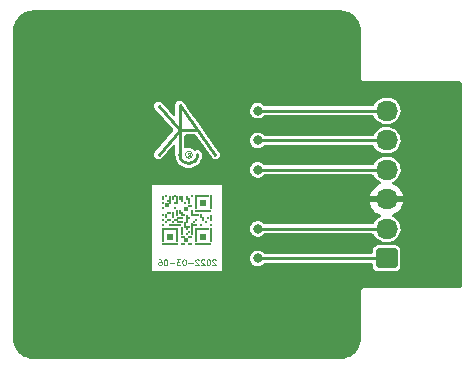
<source format=gbr>
%TF.GenerationSoftware,KiCad,Pcbnew,(6.0.2-0)*%
%TF.CreationDate,2022-03-06T13:34:14+00:00*%
%TF.ProjectId,L86,4c38362e-6b69-4636-9164-5f7063625858,rev?*%
%TF.SameCoordinates,Original*%
%TF.FileFunction,Copper,L2,Bot*%
%TF.FilePolarity,Positive*%
%FSLAX46Y46*%
G04 Gerber Fmt 4.6, Leading zero omitted, Abs format (unit mm)*
G04 Created by KiCad (PCBNEW (6.0.2-0)) date 2022-03-06 13:34:14*
%MOMM*%
%LPD*%
G01*
G04 APERTURE LIST*
G04 Aperture macros list*
%AMRoundRect*
0 Rectangle with rounded corners*
0 $1 Rounding radius*
0 $2 $3 $4 $5 $6 $7 $8 $9 X,Y pos of 4 corners*
0 Add a 4 corners polygon primitive as box body*
4,1,4,$2,$3,$4,$5,$6,$7,$8,$9,$2,$3,0*
0 Add four circle primitives for the rounded corners*
1,1,$1+$1,$2,$3*
1,1,$1+$1,$4,$5*
1,1,$1+$1,$6,$7*
1,1,$1+$1,$8,$9*
0 Add four rect primitives between the rounded corners*
20,1,$1+$1,$2,$3,$4,$5,0*
20,1,$1+$1,$4,$5,$6,$7,0*
20,1,$1+$1,$6,$7,$8,$9,0*
20,1,$1+$1,$8,$9,$2,$3,0*%
G04 Aperture macros list end*
%ADD10C,0.100000*%
%TA.AperFunction,NonConductor*%
%ADD11C,0.100000*%
%TD*%
%TA.AperFunction,EtchedComponent*%
%ADD12C,0.080000*%
%TD*%
%TA.AperFunction,EtchedComponent*%
%ADD13C,0.250000*%
%TD*%
%TA.AperFunction,ComponentPad*%
%ADD14RoundRect,0.250000X0.675000X-0.600000X0.675000X0.600000X-0.675000X0.600000X-0.675000X-0.600000X0*%
%TD*%
%TA.AperFunction,ComponentPad*%
%ADD15O,1.850000X1.700000*%
%TD*%
%TA.AperFunction,SMDPad,CuDef*%
%ADD16R,1.400000X0.200000*%
%TD*%
%TA.AperFunction,SMDPad,CuDef*%
%ADD17R,0.400000X0.200000*%
%TD*%
%TA.AperFunction,SMDPad,CuDef*%
%ADD18R,0.200000X1.200000*%
%TD*%
%TA.AperFunction,SMDPad,CuDef*%
%ADD19R,0.400000X0.400000*%
%TD*%
%TA.AperFunction,SMDPad,CuDef*%
%ADD20R,0.600000X0.600000*%
%TD*%
%TA.AperFunction,SMDPad,CuDef*%
%ADD21R,0.200000X1.000000*%
%TD*%
%TA.AperFunction,SMDPad,CuDef*%
%ADD22R,0.200000X0.200000*%
%TD*%
%TA.AperFunction,SMDPad,CuDef*%
%ADD23R,0.200000X0.800000*%
%TD*%
%TA.AperFunction,SMDPad,CuDef*%
%ADD24R,1.000000X0.200000*%
%TD*%
%TA.AperFunction,SMDPad,CuDef*%
%ADD25R,0.200000X0.400000*%
%TD*%
%TA.AperFunction,SMDPad,CuDef*%
%ADD26R,0.200000X0.600000*%
%TD*%
%TA.AperFunction,SMDPad,CuDef*%
%ADD27R,0.600000X0.200000*%
%TD*%
%TA.AperFunction,SMDPad,CuDef*%
%ADD28R,0.800000X0.200000*%
%TD*%
%TA.AperFunction,ViaPad*%
%ADD29C,0.800000*%
%TD*%
%TA.AperFunction,Conductor*%
%ADD30C,0.250000*%
%TD*%
G04 APERTURE END LIST*
D10*
%TO.C,U2*%
D11*
X102428571Y-106373809D02*
X102404761Y-106350000D01*
X102357142Y-106326190D01*
X102238095Y-106326190D01*
X102190476Y-106350000D01*
X102166666Y-106373809D01*
X102142857Y-106421428D01*
X102142857Y-106469047D01*
X102166666Y-106540476D01*
X102452380Y-106826190D01*
X102142857Y-106826190D01*
X101833333Y-106326190D02*
X101785714Y-106326190D01*
X101738095Y-106350000D01*
X101714285Y-106373809D01*
X101690476Y-106421428D01*
X101666666Y-106516666D01*
X101666666Y-106635714D01*
X101690476Y-106730952D01*
X101714285Y-106778571D01*
X101738095Y-106802380D01*
X101785714Y-106826190D01*
X101833333Y-106826190D01*
X101880952Y-106802380D01*
X101904761Y-106778571D01*
X101928571Y-106730952D01*
X101952380Y-106635714D01*
X101952380Y-106516666D01*
X101928571Y-106421428D01*
X101904761Y-106373809D01*
X101880952Y-106350000D01*
X101833333Y-106326190D01*
X101476190Y-106373809D02*
X101452380Y-106350000D01*
X101404761Y-106326190D01*
X101285714Y-106326190D01*
X101238095Y-106350000D01*
X101214285Y-106373809D01*
X101190476Y-106421428D01*
X101190476Y-106469047D01*
X101214285Y-106540476D01*
X101500000Y-106826190D01*
X101190476Y-106826190D01*
X101000000Y-106373809D02*
X100976190Y-106350000D01*
X100928571Y-106326190D01*
X100809523Y-106326190D01*
X100761904Y-106350000D01*
X100738095Y-106373809D01*
X100714285Y-106421428D01*
X100714285Y-106469047D01*
X100738095Y-106540476D01*
X101023809Y-106826190D01*
X100714285Y-106826190D01*
X100500000Y-106635714D02*
X100119047Y-106635714D01*
X99785714Y-106326190D02*
X99738095Y-106326190D01*
X99690476Y-106350000D01*
X99666666Y-106373809D01*
X99642857Y-106421428D01*
X99619047Y-106516666D01*
X99619047Y-106635714D01*
X99642857Y-106730952D01*
X99666666Y-106778571D01*
X99690476Y-106802380D01*
X99738095Y-106826190D01*
X99785714Y-106826190D01*
X99833333Y-106802380D01*
X99857142Y-106778571D01*
X99880952Y-106730952D01*
X99904761Y-106635714D01*
X99904761Y-106516666D01*
X99880952Y-106421428D01*
X99857142Y-106373809D01*
X99833333Y-106350000D01*
X99785714Y-106326190D01*
X99452380Y-106326190D02*
X99142857Y-106326190D01*
X99309523Y-106516666D01*
X99238095Y-106516666D01*
X99190476Y-106540476D01*
X99166666Y-106564285D01*
X99142857Y-106611904D01*
X99142857Y-106730952D01*
X99166666Y-106778571D01*
X99190476Y-106802380D01*
X99238095Y-106826190D01*
X99380952Y-106826190D01*
X99428571Y-106802380D01*
X99452380Y-106778571D01*
X98928571Y-106635714D02*
X98547619Y-106635714D01*
X98214285Y-106326190D02*
X98166666Y-106326190D01*
X98119047Y-106350000D01*
X98095238Y-106373809D01*
X98071428Y-106421428D01*
X98047619Y-106516666D01*
X98047619Y-106635714D01*
X98071428Y-106730952D01*
X98095238Y-106778571D01*
X98119047Y-106802380D01*
X98166666Y-106826190D01*
X98214285Y-106826190D01*
X98261904Y-106802380D01*
X98285714Y-106778571D01*
X98309523Y-106730952D01*
X98333333Y-106635714D01*
X98333333Y-106516666D01*
X98309523Y-106421428D01*
X98285714Y-106373809D01*
X98261904Y-106350000D01*
X98214285Y-106326190D01*
X97619047Y-106326190D02*
X97714285Y-106326190D01*
X97761904Y-106350000D01*
X97785714Y-106373809D01*
X97833333Y-106445238D01*
X97857142Y-106540476D01*
X97857142Y-106730952D01*
X97833333Y-106778571D01*
X97809523Y-106802380D01*
X97761904Y-106826190D01*
X97666666Y-106826190D01*
X97619047Y-106802380D01*
X97595238Y-106778571D01*
X97571428Y-106730952D01*
X97571428Y-106611904D01*
X97595238Y-106564285D01*
X97619047Y-106540476D01*
X97666666Y-106516666D01*
X97761904Y-106516666D01*
X97809523Y-106540476D01*
X97833333Y-106564285D01*
X97857142Y-106611904D01*
D12*
%TO.C,Logo1*%
X100250000Y-97485000D02*
X100150000Y-97485000D01*
D13*
X99400000Y-93275000D02*
X99400000Y-97475000D01*
D12*
X100250000Y-97325000D02*
X100250000Y-97625000D01*
D13*
X97600000Y-93375000D02*
X99400000Y-95375000D01*
X99400000Y-95375000D02*
X97600000Y-97475000D01*
D12*
X100150000Y-97485000D02*
X100050000Y-97625000D01*
D13*
X99400000Y-95375000D02*
X100900000Y-95375000D01*
X99400000Y-93275000D02*
X102400000Y-97475000D01*
D12*
X100250000Y-97325000D02*
X100150000Y-97325000D01*
X100150000Y-97325000D02*
G75*
G03*
X100150000Y-97485000I0J-80000D01*
G01*
D13*
X99400000Y-97475000D02*
G75*
G03*
X100900000Y-97475000I750000J0D01*
G01*
D12*
X100470000Y-97485000D02*
G75*
G03*
X100470000Y-97485000I-300000J0D01*
G01*
%TD*%
D14*
%TO.P,J1,1,Pin_1*%
%TO.N,Net-(J1-Pad1)*%
X116900000Y-106250000D03*
D15*
%TO.P,J1,2,Pin_2*%
%TO.N,Net-(J1-Pad2)*%
X116900000Y-103750000D03*
%TO.P,J1,3,Pin_3*%
%TO.N,GND*%
X116900000Y-101250000D03*
%TO.P,J1,4,Pin_4*%
%TO.N,Net-(J1-Pad4)*%
X116900000Y-98750000D03*
%TO.P,J1,5,Pin_5*%
%TO.N,Net-(J1-Pad5)*%
X116900000Y-96250000D03*
%TO.P,J1,6,Pin_6*%
%TO.N,Net-(J1-Pad6)*%
X116900000Y-93750000D03*
%TD*%
D16*
%TO.P,U2,*%
%TO.N,*%
X101400000Y-105000000D03*
D17*
X100300000Y-105000000D03*
X99700000Y-105000000D03*
D16*
X98600000Y-105000000D03*
D18*
X102000000Y-104300000D03*
X100800000Y-104300000D03*
D19*
X99900000Y-104700000D03*
D18*
X99200000Y-104300000D03*
X98000000Y-104300000D03*
D20*
X101400000Y-104400000D03*
X98600000Y-104400000D03*
D17*
X100300000Y-104400000D03*
X99700000Y-104400000D03*
D21*
X100400000Y-103800000D03*
D22*
X100000000Y-104200000D03*
D23*
X99600000Y-103900000D03*
D22*
X100200000Y-104000000D03*
D24*
X101400000Y-103800000D03*
D25*
X100000000Y-103700000D03*
D24*
X98600000Y-103800000D03*
D22*
X100200000Y-103600000D03*
D26*
X99800000Y-103400000D03*
D22*
X102000000Y-103400000D03*
X101200000Y-103400000D03*
D17*
X100700000Y-103400000D03*
D24*
X99000000Y-103400000D03*
D22*
X98000000Y-103400000D03*
X101600000Y-103200000D03*
X100600000Y-103200000D03*
D23*
X100000000Y-102900000D03*
D27*
X99400000Y-103200000D03*
D22*
X98800000Y-103200000D03*
X98200000Y-103200000D03*
D26*
X102000000Y-102800000D03*
D25*
X101400000Y-102900000D03*
D22*
X100800000Y-103000000D03*
D17*
X99100000Y-103000000D03*
X98500000Y-103000000D03*
D22*
X98000000Y-103000000D03*
X101800000Y-102800000D03*
D25*
X101200000Y-102700000D03*
D22*
X100200000Y-102800000D03*
D27*
X99400000Y-102800000D03*
D26*
X98800000Y-102600000D03*
D25*
X98200000Y-102700000D03*
D28*
X100700000Y-102600000D03*
D17*
X99700000Y-102600000D03*
D26*
X99200000Y-102400000D03*
D22*
X98000000Y-102600000D03*
D25*
X100400000Y-102300000D03*
D17*
X99500000Y-102400000D03*
X98500000Y-102400000D03*
D16*
X101400000Y-102200000D03*
D19*
X99900000Y-102100000D03*
D22*
X99400000Y-102200000D03*
D18*
X102000000Y-101500000D03*
X100800000Y-101500000D03*
D22*
X99000000Y-102000000D03*
X98000000Y-102000000D03*
D20*
X101400000Y-101600000D03*
D17*
X100300000Y-101800000D03*
D19*
X98300000Y-101700000D03*
D26*
X100200000Y-101400000D03*
D22*
X99800000Y-101600000D03*
D17*
X99100000Y-101600000D03*
D23*
X98600000Y-101300000D03*
D22*
X98000000Y-101600000D03*
D26*
X99600000Y-101200000D03*
X99200000Y-101200000D03*
D22*
X98400000Y-101400000D03*
D25*
X100000000Y-101100000D03*
X99400000Y-101100000D03*
X98800000Y-101100000D03*
X98000000Y-101100000D03*
D24*
X101400000Y-101000000D03*
D22*
X100400000Y-101000000D03*
X99000000Y-101000000D03*
X98200000Y-101000000D03*
%TD*%
D29*
%TO.N,Net-(J1-Pad1)*%
X106000000Y-106250000D03*
%TO.N,Net-(J1-Pad2)*%
X106000000Y-103750000D03*
%TO.N,Net-(J1-Pad4)*%
X106000000Y-98750000D03*
%TO.N,Net-(J1-Pad5)*%
X106000000Y-96250000D03*
%TO.N,Net-(J1-Pad6)*%
X106000000Y-93750000D03*
%TD*%
D30*
%TO.N,Net-(J1-Pad1)*%
X106000000Y-106250000D02*
X116900000Y-106250000D01*
%TO.N,Net-(J1-Pad2)*%
X106000000Y-103750000D02*
X116900000Y-103750000D01*
%TO.N,Net-(J1-Pad4)*%
X106000000Y-98750000D02*
X116900000Y-98750000D01*
%TO.N,Net-(J1-Pad5)*%
X106000000Y-96250000D02*
X116900000Y-96250000D01*
%TO.N,Net-(J1-Pad6)*%
X106000000Y-93750000D02*
X116900000Y-93750000D01*
%TD*%
%TA.AperFunction,Conductor*%
%TO.N,GND*%
G36*
X112987153Y-85256421D02*
G01*
X113000000Y-85258976D01*
X113012171Y-85256555D01*
X113024581Y-85256555D01*
X113024581Y-85257198D01*
X113035326Y-85256527D01*
X113239491Y-85271129D01*
X113257285Y-85273687D01*
X113483101Y-85322810D01*
X113500350Y-85327875D01*
X113583148Y-85358757D01*
X113716877Y-85408635D01*
X113733226Y-85416102D01*
X113936049Y-85526852D01*
X113951173Y-85536571D01*
X114136176Y-85675063D01*
X114149762Y-85686836D01*
X114313164Y-85850238D01*
X114324937Y-85863824D01*
X114463429Y-86048827D01*
X114473148Y-86063951D01*
X114583898Y-86266774D01*
X114591367Y-86283127D01*
X114672125Y-86499650D01*
X114677190Y-86516899D01*
X114726313Y-86742715D01*
X114728871Y-86760509D01*
X114743473Y-86964674D01*
X114742802Y-86975419D01*
X114743445Y-86975419D01*
X114743445Y-86987829D01*
X114741024Y-87000000D01*
X114743445Y-87012170D01*
X114743579Y-87012844D01*
X114746000Y-87037425D01*
X114746000Y-90962575D01*
X114743579Y-90987153D01*
X114741024Y-91000000D01*
X114746000Y-91025017D01*
X114760737Y-91099106D01*
X114816876Y-91183124D01*
X114900894Y-91239263D01*
X115000000Y-91258976D01*
X115012847Y-91256421D01*
X115037425Y-91254000D01*
X123120000Y-91254000D01*
X123188121Y-91274002D01*
X123234614Y-91327658D01*
X123246000Y-91380000D01*
X123246000Y-108620000D01*
X123225998Y-108688121D01*
X123172342Y-108734614D01*
X123120000Y-108746000D01*
X115037425Y-108746000D01*
X115012847Y-108743579D01*
X115000000Y-108741024D01*
X114987828Y-108743445D01*
X114974983Y-108746000D01*
X114900894Y-108760737D01*
X114816876Y-108816876D01*
X114760737Y-108900894D01*
X114741024Y-109000000D01*
X114743445Y-109012170D01*
X114743579Y-109012844D01*
X114746000Y-109037425D01*
X114746000Y-112962575D01*
X114743579Y-112987153D01*
X114741024Y-113000000D01*
X114743445Y-113012171D01*
X114743445Y-113024581D01*
X114742802Y-113024581D01*
X114743473Y-113035326D01*
X114728871Y-113239491D01*
X114726313Y-113257285D01*
X114677190Y-113483101D01*
X114672125Y-113500350D01*
X114591367Y-113716873D01*
X114583898Y-113733226D01*
X114473148Y-113936049D01*
X114463429Y-113951173D01*
X114324937Y-114136176D01*
X114313164Y-114149762D01*
X114149762Y-114313164D01*
X114136176Y-114324937D01*
X113951173Y-114463429D01*
X113936049Y-114473148D01*
X113733226Y-114583898D01*
X113716877Y-114591365D01*
X113583148Y-114641243D01*
X113500350Y-114672125D01*
X113483101Y-114677190D01*
X113257285Y-114726313D01*
X113239491Y-114728871D01*
X113035326Y-114743473D01*
X113024581Y-114742802D01*
X113024581Y-114743445D01*
X113012171Y-114743445D01*
X113000000Y-114741024D01*
X112987153Y-114743579D01*
X112962575Y-114746000D01*
X87037425Y-114746000D01*
X87012847Y-114743579D01*
X87000000Y-114741024D01*
X86987829Y-114743445D01*
X86975419Y-114743445D01*
X86975419Y-114742802D01*
X86964674Y-114743473D01*
X86760509Y-114728871D01*
X86742715Y-114726313D01*
X86516899Y-114677190D01*
X86499650Y-114672125D01*
X86416852Y-114641243D01*
X86283123Y-114591365D01*
X86266774Y-114583898D01*
X86063951Y-114473148D01*
X86048827Y-114463429D01*
X85863824Y-114324937D01*
X85850238Y-114313164D01*
X85686836Y-114149762D01*
X85675063Y-114136176D01*
X85536571Y-113951173D01*
X85526852Y-113936049D01*
X85416102Y-113733226D01*
X85408633Y-113716873D01*
X85327875Y-113500350D01*
X85322810Y-113483101D01*
X85273687Y-113257285D01*
X85271129Y-113239491D01*
X85256527Y-113035326D01*
X85257198Y-113024581D01*
X85256555Y-113024581D01*
X85256555Y-113012171D01*
X85258976Y-113000000D01*
X85256421Y-112987153D01*
X85254000Y-112962575D01*
X85254000Y-107350000D01*
X97050000Y-107350000D01*
X102950000Y-107350000D01*
X102950000Y-106243096D01*
X105340729Y-106243096D01*
X105358113Y-106400553D01*
X105412553Y-106549319D01*
X105500908Y-106680805D01*
X105506527Y-106685918D01*
X105506528Y-106685919D01*
X105517903Y-106696269D01*
X105618076Y-106787419D01*
X105757293Y-106863008D01*
X105910522Y-106903207D01*
X105994477Y-106904526D01*
X106061319Y-106905576D01*
X106061322Y-106905576D01*
X106068916Y-106905695D01*
X106223332Y-106870329D01*
X106293742Y-106834917D01*
X106358072Y-106802563D01*
X106358075Y-106802561D01*
X106364855Y-106799151D01*
X106370626Y-106794222D01*
X106370629Y-106794220D01*
X106479542Y-106701199D01*
X106479543Y-106701198D01*
X106485314Y-106696269D01*
X106495586Y-106681974D01*
X106551581Y-106638326D01*
X106597909Y-106629500D01*
X115594500Y-106629500D01*
X115662621Y-106649502D01*
X115709114Y-106703158D01*
X115720500Y-106755500D01*
X115720500Y-106897756D01*
X115720869Y-106901152D01*
X115720869Y-106901153D01*
X115721350Y-106905576D01*
X115727202Y-106959448D01*
X115777929Y-107094764D01*
X115783309Y-107101943D01*
X115783311Y-107101946D01*
X115849287Y-107189977D01*
X115864596Y-107210404D01*
X115871776Y-107215785D01*
X115973054Y-107291689D01*
X115973057Y-107291691D01*
X115980236Y-107297071D01*
X116069954Y-107330704D01*
X116108157Y-107345026D01*
X116108159Y-107345026D01*
X116115552Y-107347798D01*
X116123402Y-107348651D01*
X116123403Y-107348651D01*
X116135821Y-107350000D01*
X116177244Y-107354500D01*
X117622756Y-107354500D01*
X117664179Y-107350000D01*
X117676597Y-107348651D01*
X117676598Y-107348651D01*
X117684448Y-107347798D01*
X117691841Y-107345026D01*
X117691843Y-107345026D01*
X117730046Y-107330704D01*
X117819764Y-107297071D01*
X117826943Y-107291691D01*
X117826946Y-107291689D01*
X117928224Y-107215785D01*
X117935404Y-107210404D01*
X117950713Y-107189977D01*
X118016689Y-107101946D01*
X118016691Y-107101943D01*
X118022071Y-107094764D01*
X118072798Y-106959448D01*
X118078651Y-106905576D01*
X118079131Y-106901153D01*
X118079131Y-106901152D01*
X118079500Y-106897756D01*
X118079500Y-105602244D01*
X118072798Y-105540552D01*
X118022071Y-105405236D01*
X118016691Y-105398057D01*
X118016689Y-105398054D01*
X117940785Y-105296776D01*
X117935404Y-105289596D01*
X117914977Y-105274287D01*
X117826946Y-105208311D01*
X117826943Y-105208309D01*
X117819764Y-105202929D01*
X117730046Y-105169296D01*
X117691843Y-105154974D01*
X117691841Y-105154974D01*
X117684448Y-105152202D01*
X117676598Y-105151349D01*
X117676597Y-105151349D01*
X117626153Y-105145869D01*
X117626152Y-105145869D01*
X117622756Y-105145500D01*
X116177244Y-105145500D01*
X116173848Y-105145869D01*
X116173847Y-105145869D01*
X116123403Y-105151349D01*
X116123402Y-105151349D01*
X116115552Y-105152202D01*
X116108159Y-105154974D01*
X116108157Y-105154974D01*
X116069954Y-105169296D01*
X115980236Y-105202929D01*
X115973057Y-105208309D01*
X115973054Y-105208311D01*
X115885023Y-105274287D01*
X115864596Y-105289596D01*
X115859215Y-105296776D01*
X115783311Y-105398054D01*
X115783309Y-105398057D01*
X115777929Y-105405236D01*
X115727202Y-105540552D01*
X115720500Y-105602244D01*
X115720500Y-105744500D01*
X115700498Y-105812621D01*
X115646842Y-105859114D01*
X115594500Y-105870500D01*
X106599682Y-105870500D01*
X106531561Y-105850498D01*
X106505114Y-105824860D01*
X106503878Y-105825949D01*
X106498855Y-105820251D01*
X106494553Y-105813992D01*
X106376275Y-105708611D01*
X106368889Y-105704700D01*
X106242988Y-105638039D01*
X106242989Y-105638039D01*
X106236274Y-105634484D01*
X106082633Y-105595892D01*
X106075034Y-105595852D01*
X106075033Y-105595852D01*
X106009181Y-105595507D01*
X105924221Y-105595062D01*
X105916841Y-105596834D01*
X105916839Y-105596834D01*
X105777563Y-105630271D01*
X105777560Y-105630272D01*
X105770184Y-105632043D01*
X105629414Y-105704700D01*
X105510039Y-105808838D01*
X105418950Y-105938444D01*
X105361406Y-106086037D01*
X105340729Y-106243096D01*
X102950000Y-106243096D01*
X102950000Y-103743096D01*
X105340729Y-103743096D01*
X105358113Y-103900553D01*
X105360723Y-103907684D01*
X105360723Y-103907686D01*
X105401254Y-104018442D01*
X105412553Y-104049319D01*
X105500908Y-104180805D01*
X105506527Y-104185918D01*
X105506528Y-104185919D01*
X105540763Y-104217070D01*
X105618076Y-104287419D01*
X105757293Y-104363008D01*
X105910522Y-104403207D01*
X105994477Y-104404526D01*
X106061319Y-104405576D01*
X106061322Y-104405576D01*
X106068916Y-104405695D01*
X106223332Y-104370329D01*
X106293742Y-104334917D01*
X106358072Y-104302563D01*
X106358075Y-104302561D01*
X106364855Y-104299151D01*
X106370626Y-104294222D01*
X106370629Y-104294220D01*
X106479542Y-104201199D01*
X106479543Y-104201198D01*
X106485314Y-104196269D01*
X106495586Y-104181974D01*
X106551581Y-104138326D01*
X106597909Y-104129500D01*
X115703109Y-104129500D01*
X115771230Y-104149502D01*
X115817810Y-104203349D01*
X115863157Y-104303084D01*
X115985096Y-104474986D01*
X116137340Y-104620728D01*
X116142375Y-104623979D01*
X116309360Y-104731800D01*
X116309363Y-104731801D01*
X116314397Y-104735052D01*
X116509878Y-104813834D01*
X116632688Y-104837817D01*
X116712283Y-104853361D01*
X116712286Y-104853361D01*
X116716729Y-104854229D01*
X116722270Y-104854500D01*
X117027659Y-104854500D01*
X117184806Y-104839507D01*
X117387042Y-104780177D01*
X117470304Y-104737294D01*
X117569079Y-104686422D01*
X117569082Y-104686420D01*
X117574410Y-104683676D01*
X117650408Y-104623979D01*
X117735432Y-104557192D01*
X117735436Y-104557188D01*
X117740149Y-104553486D01*
X117804674Y-104479128D01*
X117874350Y-104398835D01*
X117874354Y-104398830D01*
X117878281Y-104394304D01*
X117983819Y-104211874D01*
X118052957Y-104012778D01*
X118068195Y-103907686D01*
X118082338Y-103810140D01*
X118082338Y-103810137D01*
X118083199Y-103804200D01*
X118073455Y-103593667D01*
X118036047Y-103438444D01*
X118025482Y-103394607D01*
X118025481Y-103394605D01*
X118024076Y-103388774D01*
X118015768Y-103370500D01*
X117944458Y-103213664D01*
X117936843Y-103196916D01*
X117814904Y-103025014D01*
X117662660Y-102879272D01*
X117565171Y-102816324D01*
X117490640Y-102768200D01*
X117490637Y-102768199D01*
X117485603Y-102764948D01*
X117475643Y-102760934D01*
X117460226Y-102754720D01*
X117404521Y-102710704D01*
X117381456Y-102643558D01*
X117398354Y-102574602D01*
X117455576Y-102522973D01*
X117632970Y-102443063D01*
X117642256Y-102437894D01*
X117824575Y-102315150D01*
X117832870Y-102308481D01*
X117991900Y-102156772D01*
X117998941Y-102148814D01*
X118130141Y-101972475D01*
X118135745Y-101963438D01*
X118235357Y-101767516D01*
X118239357Y-101757665D01*
X118304534Y-101547760D01*
X118306817Y-101537376D01*
X118308861Y-101521957D01*
X118306665Y-101507793D01*
X118293478Y-101504000D01*
X115508808Y-101504000D01*
X115495277Y-101507973D01*
X115493752Y-101518580D01*
X115518477Y-101636421D01*
X115521537Y-101646617D01*
X115602263Y-101851029D01*
X115606994Y-101860561D01*
X115721016Y-102048462D01*
X115727280Y-102057052D01*
X115871327Y-102223052D01*
X115878958Y-102230472D01*
X116048911Y-102369826D01*
X116057678Y-102375850D01*
X116248682Y-102484576D01*
X116258345Y-102489041D01*
X116340788Y-102518966D01*
X116397996Y-102561010D01*
X116423392Y-102627309D01*
X116408912Y-102696814D01*
X116355490Y-102749421D01*
X116225590Y-102816324D01*
X116220875Y-102820028D01*
X116064568Y-102942808D01*
X116064564Y-102942812D01*
X116059851Y-102946514D01*
X116055920Y-102951044D01*
X116055919Y-102951045D01*
X115925650Y-103101165D01*
X115925646Y-103101170D01*
X115921719Y-103105696D01*
X115816181Y-103288126D01*
X115814214Y-103293791D01*
X115812766Y-103296953D01*
X115766221Y-103350564D01*
X115698203Y-103370500D01*
X106599682Y-103370500D01*
X106531561Y-103350498D01*
X106505114Y-103324860D01*
X106503878Y-103325949D01*
X106498855Y-103320251D01*
X106494553Y-103313992D01*
X106376275Y-103208611D01*
X106368889Y-103204700D01*
X106242988Y-103138039D01*
X106242989Y-103138039D01*
X106236274Y-103134484D01*
X106082633Y-103095892D01*
X106075034Y-103095852D01*
X106075033Y-103095852D01*
X106009181Y-103095507D01*
X105924221Y-103095062D01*
X105916841Y-103096834D01*
X105916839Y-103096834D01*
X105777563Y-103130271D01*
X105777560Y-103130272D01*
X105770184Y-103132043D01*
X105629414Y-103204700D01*
X105510039Y-103308838D01*
X105418950Y-103438444D01*
X105361406Y-103586037D01*
X105360414Y-103593570D01*
X105360414Y-103593571D01*
X105360402Y-103593667D01*
X105340729Y-103743096D01*
X102950000Y-103743096D01*
X102950000Y-100050000D01*
X97050000Y-100050000D01*
X97050000Y-107350000D01*
X85254000Y-107350000D01*
X85254000Y-98743096D01*
X105340729Y-98743096D01*
X105358113Y-98900553D01*
X105360723Y-98907684D01*
X105360723Y-98907686D01*
X105401254Y-99018442D01*
X105412553Y-99049319D01*
X105500908Y-99180805D01*
X105506527Y-99185918D01*
X105506528Y-99185919D01*
X105540763Y-99217070D01*
X105618076Y-99287419D01*
X105757293Y-99363008D01*
X105910522Y-99403207D01*
X105994477Y-99404526D01*
X106061319Y-99405576D01*
X106061322Y-99405576D01*
X106068916Y-99405695D01*
X106223332Y-99370329D01*
X106293742Y-99334917D01*
X106358072Y-99302563D01*
X106358075Y-99302561D01*
X106364855Y-99299151D01*
X106370626Y-99294222D01*
X106370629Y-99294220D01*
X106479542Y-99201199D01*
X106479543Y-99201198D01*
X106485314Y-99196269D01*
X106495586Y-99181974D01*
X106551581Y-99138326D01*
X106597909Y-99129500D01*
X115703109Y-99129500D01*
X115771230Y-99149502D01*
X115817810Y-99203349D01*
X115863157Y-99303084D01*
X115985096Y-99474986D01*
X116137340Y-99620728D01*
X116142375Y-99623979D01*
X116309360Y-99731800D01*
X116309363Y-99731801D01*
X116314397Y-99735052D01*
X116319963Y-99737295D01*
X116339774Y-99745280D01*
X116395479Y-99789296D01*
X116418544Y-99856442D01*
X116401646Y-99925398D01*
X116344424Y-99977027D01*
X116167030Y-100056937D01*
X116157744Y-100062106D01*
X115975425Y-100184850D01*
X115967130Y-100191519D01*
X115808100Y-100343228D01*
X115801059Y-100351186D01*
X115669859Y-100527525D01*
X115664255Y-100536562D01*
X115564643Y-100732484D01*
X115560643Y-100742335D01*
X115495466Y-100952240D01*
X115493183Y-100962624D01*
X115491139Y-100978043D01*
X115493335Y-100992207D01*
X115506522Y-100996000D01*
X118291192Y-100996000D01*
X118304723Y-100992027D01*
X118306248Y-100981420D01*
X118281523Y-100863579D01*
X118278463Y-100853383D01*
X118197737Y-100648971D01*
X118193006Y-100639439D01*
X118078984Y-100451538D01*
X118072720Y-100442948D01*
X117928673Y-100276948D01*
X117921042Y-100269528D01*
X117751089Y-100130174D01*
X117742322Y-100124150D01*
X117551318Y-100015424D01*
X117541655Y-100010959D01*
X117459212Y-99981034D01*
X117402004Y-99938990D01*
X117376608Y-99872691D01*
X117391088Y-99803186D01*
X117444510Y-99750579D01*
X117445350Y-99750147D01*
X117574410Y-99683676D01*
X117650408Y-99623979D01*
X117735432Y-99557192D01*
X117735436Y-99557188D01*
X117740149Y-99553486D01*
X117804674Y-99479128D01*
X117874350Y-99398835D01*
X117874354Y-99398830D01*
X117878281Y-99394304D01*
X117983819Y-99211874D01*
X118052957Y-99012778D01*
X118068195Y-98907686D01*
X118082338Y-98810140D01*
X118082338Y-98810137D01*
X118083199Y-98804200D01*
X118073455Y-98593667D01*
X118059954Y-98537643D01*
X118025482Y-98394607D01*
X118025481Y-98394605D01*
X118024076Y-98388774D01*
X118015768Y-98370500D01*
X117944458Y-98213664D01*
X117936843Y-98196916D01*
X117814904Y-98025014D01*
X117662660Y-97879272D01*
X117585516Y-97829461D01*
X117490640Y-97768200D01*
X117490637Y-97768199D01*
X117485603Y-97764948D01*
X117290122Y-97686166D01*
X117155739Y-97659923D01*
X117087717Y-97646639D01*
X117087714Y-97646639D01*
X117083271Y-97645771D01*
X117077730Y-97645500D01*
X116772341Y-97645500D01*
X116615194Y-97660493D01*
X116412958Y-97719823D01*
X116337560Y-97758655D01*
X116230921Y-97813578D01*
X116230918Y-97813580D01*
X116225590Y-97816324D01*
X116192833Y-97842055D01*
X116064568Y-97942808D01*
X116064564Y-97942812D01*
X116059851Y-97946514D01*
X116055920Y-97951044D01*
X116055919Y-97951045D01*
X115925650Y-98101165D01*
X115925646Y-98101170D01*
X115921719Y-98105696D01*
X115816181Y-98288126D01*
X115814214Y-98293791D01*
X115812766Y-98296953D01*
X115766221Y-98350564D01*
X115698203Y-98370500D01*
X106599682Y-98370500D01*
X106531561Y-98350498D01*
X106505114Y-98324860D01*
X106503878Y-98325949D01*
X106498855Y-98320251D01*
X106494553Y-98313992D01*
X106376275Y-98208611D01*
X106368889Y-98204700D01*
X106242988Y-98138039D01*
X106242989Y-98138039D01*
X106236274Y-98134484D01*
X106082633Y-98095892D01*
X106075034Y-98095852D01*
X106075033Y-98095852D01*
X106009181Y-98095507D01*
X105924221Y-98095062D01*
X105916841Y-98096834D01*
X105916839Y-98096834D01*
X105777563Y-98130271D01*
X105777560Y-98130272D01*
X105770184Y-98132043D01*
X105629414Y-98204700D01*
X105510039Y-98308838D01*
X105418950Y-98438444D01*
X105361406Y-98586037D01*
X105360414Y-98593570D01*
X105360414Y-98593571D01*
X105360402Y-98593667D01*
X105340729Y-98743096D01*
X85254000Y-98743096D01*
X85254000Y-97456221D01*
X97216218Y-97456221D01*
X97217423Y-97466559D01*
X97217423Y-97466560D01*
X97227844Y-97555953D01*
X97230827Y-97581547D01*
X97258035Y-97638465D01*
X97280752Y-97685990D01*
X97280754Y-97685992D01*
X97285243Y-97695384D01*
X97373599Y-97785458D01*
X97486369Y-97842055D01*
X97611390Y-97859072D01*
X97621610Y-97857058D01*
X97621611Y-97857058D01*
X97724964Y-97836690D01*
X97735184Y-97834676D01*
X97766908Y-97816324D01*
X97837545Y-97775461D01*
X97837547Y-97775459D01*
X97844400Y-97771495D01*
X97848380Y-97767592D01*
X98799335Y-96658145D01*
X98858853Y-96619441D01*
X98929848Y-96619060D01*
X98989780Y-96657122D01*
X99019619Y-96721544D01*
X99021000Y-96740145D01*
X99021000Y-97435256D01*
X99019449Y-97454966D01*
X99016276Y-97475000D01*
X99017194Y-97480797D01*
X99033905Y-97671798D01*
X99061419Y-97774483D01*
X99079807Y-97843107D01*
X99085034Y-97862616D01*
X99087357Y-97867597D01*
X99087357Y-97867598D01*
X99166196Y-98036670D01*
X99166199Y-98036675D01*
X99168522Y-98041657D01*
X99207794Y-98097743D01*
X99277236Y-98196916D01*
X99281832Y-98203480D01*
X99421520Y-98343168D01*
X99583344Y-98456478D01*
X99588322Y-98458799D01*
X99588325Y-98458801D01*
X99757402Y-98537643D01*
X99762384Y-98539966D01*
X99767692Y-98541388D01*
X99767694Y-98541389D01*
X99947887Y-98589671D01*
X99947888Y-98589671D01*
X99953202Y-98591095D01*
X100150000Y-98608313D01*
X100346798Y-98591095D01*
X100352112Y-98589671D01*
X100352113Y-98589671D01*
X100532306Y-98541389D01*
X100532308Y-98541388D01*
X100537616Y-98539966D01*
X100542598Y-98537643D01*
X100711670Y-98458804D01*
X100711675Y-98458801D01*
X100716657Y-98456478D01*
X100839446Y-98370500D01*
X100873969Y-98346327D01*
X100873972Y-98346325D01*
X100878480Y-98343168D01*
X101018168Y-98203480D01*
X101022765Y-98196916D01*
X101092206Y-98097743D01*
X101131478Y-98041657D01*
X101133801Y-98036675D01*
X101133804Y-98036670D01*
X101212643Y-97867598D01*
X101212643Y-97867597D01*
X101214966Y-97862616D01*
X101220194Y-97843107D01*
X101238581Y-97774483D01*
X101266095Y-97671798D01*
X101282806Y-97480797D01*
X101283724Y-97475000D01*
X101264943Y-97356423D01*
X101210439Y-97249453D01*
X101125547Y-97164561D01*
X101018577Y-97110057D01*
X101008787Y-97108506D01*
X101008786Y-97108506D01*
X100909792Y-97092827D01*
X100900000Y-97091276D01*
X100890208Y-97092827D01*
X100791214Y-97108506D01*
X100791213Y-97108506D01*
X100781423Y-97110057D01*
X100766666Y-97117576D01*
X100696891Y-97130681D01*
X100631106Y-97103983D01*
X100609500Y-97082014D01*
X100598673Y-97067904D01*
X100598669Y-97067900D01*
X100593646Y-97061354D01*
X100469563Y-96966142D01*
X100325065Y-96906289D01*
X100170000Y-96885874D01*
X100014935Y-96906289D01*
X100007303Y-96909450D01*
X100007304Y-96909450D01*
X99953218Y-96931853D01*
X99882628Y-96939442D01*
X99819141Y-96907663D01*
X99782914Y-96846605D01*
X99779000Y-96815444D01*
X99779000Y-95880000D01*
X99799002Y-95811879D01*
X99852658Y-95765386D01*
X99905000Y-95754000D01*
X100640119Y-95754000D01*
X100708240Y-95774002D01*
X100742648Y-95806763D01*
X101166784Y-96400553D01*
X102096973Y-97702818D01*
X102109897Y-97720912D01*
X102176530Y-97787573D01*
X102289826Y-97843107D01*
X102343402Y-97849887D01*
X102404670Y-97857640D01*
X102404673Y-97857640D01*
X102415002Y-97858947D01*
X102425197Y-97856838D01*
X102425199Y-97856838D01*
X102528368Y-97835497D01*
X102528371Y-97835496D01*
X102538561Y-97833388D01*
X102647179Y-97769184D01*
X102729144Y-97673256D01*
X102775617Y-97555953D01*
X102781588Y-97429920D01*
X102759694Y-97354500D01*
X102748621Y-97316359D01*
X102748620Y-97316358D01*
X102746411Y-97308747D01*
X102743575Y-97303949D01*
X101985823Y-96243096D01*
X105340729Y-96243096D01*
X105358113Y-96400553D01*
X105360723Y-96407684D01*
X105360723Y-96407686D01*
X105401254Y-96518442D01*
X105412553Y-96549319D01*
X105416789Y-96555622D01*
X105416789Y-96555623D01*
X105484994Y-96657122D01*
X105500908Y-96680805D01*
X105506527Y-96685918D01*
X105506528Y-96685919D01*
X105540763Y-96717070D01*
X105618076Y-96787419D01*
X105757293Y-96863008D01*
X105910522Y-96903207D01*
X105994477Y-96904526D01*
X106061319Y-96905576D01*
X106061322Y-96905576D01*
X106068916Y-96905695D01*
X106223332Y-96870329D01*
X106332460Y-96815444D01*
X106358072Y-96802563D01*
X106358075Y-96802561D01*
X106364855Y-96799151D01*
X106370626Y-96794222D01*
X106370629Y-96794220D01*
X106479542Y-96701199D01*
X106479543Y-96701198D01*
X106485314Y-96696269D01*
X106495586Y-96681974D01*
X106551581Y-96638326D01*
X106597909Y-96629500D01*
X115703109Y-96629500D01*
X115771230Y-96649502D01*
X115817810Y-96703349D01*
X115863157Y-96803084D01*
X115985096Y-96974986D01*
X116137340Y-97120728D01*
X116142375Y-97123979D01*
X116309360Y-97231800D01*
X116309363Y-97231801D01*
X116314397Y-97235052D01*
X116509878Y-97313834D01*
X116607612Y-97332920D01*
X116712283Y-97353361D01*
X116712286Y-97353361D01*
X116716729Y-97354229D01*
X116722270Y-97354500D01*
X117027659Y-97354500D01*
X117184806Y-97339507D01*
X117237624Y-97324012D01*
X117381278Y-97281868D01*
X117387042Y-97280177D01*
X117470304Y-97237294D01*
X117569079Y-97186422D01*
X117569082Y-97186420D01*
X117574410Y-97183676D01*
X117650408Y-97123979D01*
X117735432Y-97057192D01*
X117735436Y-97057188D01*
X117740149Y-97053486D01*
X117804674Y-96979128D01*
X117874350Y-96898835D01*
X117874354Y-96898830D01*
X117878281Y-96894304D01*
X117983819Y-96711874D01*
X118052957Y-96512778D01*
X118068195Y-96407686D01*
X118082338Y-96310140D01*
X118082338Y-96310137D01*
X118083199Y-96304200D01*
X118073455Y-96093667D01*
X118036047Y-95938444D01*
X118025482Y-95894607D01*
X118025481Y-95894605D01*
X118024076Y-95888774D01*
X118015768Y-95870500D01*
X117944458Y-95713664D01*
X117936843Y-95696916D01*
X117814904Y-95525014D01*
X117662660Y-95379272D01*
X117538091Y-95298839D01*
X117490640Y-95268200D01*
X117490637Y-95268199D01*
X117485603Y-95264948D01*
X117290122Y-95186166D01*
X117155739Y-95159923D01*
X117087717Y-95146639D01*
X117087714Y-95146639D01*
X117083271Y-95145771D01*
X117077730Y-95145500D01*
X116772341Y-95145500D01*
X116615194Y-95160493D01*
X116412958Y-95219823D01*
X116407619Y-95222573D01*
X116230921Y-95313578D01*
X116230918Y-95313580D01*
X116225590Y-95316324D01*
X116220875Y-95320028D01*
X116064568Y-95442808D01*
X116064564Y-95442812D01*
X116059851Y-95446514D01*
X116055920Y-95451044D01*
X116055919Y-95451045D01*
X115925650Y-95601165D01*
X115925646Y-95601170D01*
X115921719Y-95605696D01*
X115816181Y-95788126D01*
X115814214Y-95793791D01*
X115812766Y-95796953D01*
X115766221Y-95850564D01*
X115698203Y-95870500D01*
X106599682Y-95870500D01*
X106531561Y-95850498D01*
X106505114Y-95824860D01*
X106503878Y-95825949D01*
X106498855Y-95820251D01*
X106494553Y-95813992D01*
X106486441Y-95806764D01*
X106381946Y-95713664D01*
X106376275Y-95708611D01*
X106368889Y-95704700D01*
X106242988Y-95638039D01*
X106242989Y-95638039D01*
X106236274Y-95634484D01*
X106082633Y-95595892D01*
X106075034Y-95595852D01*
X106075033Y-95595852D01*
X106009181Y-95595507D01*
X105924221Y-95595062D01*
X105916841Y-95596834D01*
X105916839Y-95596834D01*
X105777563Y-95630271D01*
X105777560Y-95630272D01*
X105770184Y-95632043D01*
X105629414Y-95704700D01*
X105510039Y-95808838D01*
X105418950Y-95938444D01*
X105361406Y-96086037D01*
X105360414Y-96093570D01*
X105360414Y-96093571D01*
X105360402Y-96093667D01*
X105340729Y-96243096D01*
X101985823Y-96243096D01*
X101728834Y-95883312D01*
X101215628Y-95164823D01*
X101212306Y-95159935D01*
X101184197Y-95116401D01*
X101178172Y-95111651D01*
X101173630Y-95106026D01*
X100993969Y-94854500D01*
X100200108Y-93743096D01*
X105340729Y-93743096D01*
X105358113Y-93900553D01*
X105360723Y-93907684D01*
X105360723Y-93907686D01*
X105401254Y-94018442D01*
X105412553Y-94049319D01*
X105500908Y-94180805D01*
X105506527Y-94185918D01*
X105506528Y-94185919D01*
X105540763Y-94217070D01*
X105618076Y-94287419D01*
X105757293Y-94363008D01*
X105910522Y-94403207D01*
X105994477Y-94404526D01*
X106061319Y-94405576D01*
X106061322Y-94405576D01*
X106068916Y-94405695D01*
X106223332Y-94370329D01*
X106293742Y-94334917D01*
X106358072Y-94302563D01*
X106358075Y-94302561D01*
X106364855Y-94299151D01*
X106370626Y-94294222D01*
X106370629Y-94294220D01*
X106479542Y-94201199D01*
X106479543Y-94201198D01*
X106485314Y-94196269D01*
X106495586Y-94181974D01*
X106551581Y-94138326D01*
X106597909Y-94129500D01*
X115703109Y-94129500D01*
X115771230Y-94149502D01*
X115817810Y-94203349D01*
X115863157Y-94303084D01*
X115985096Y-94474986D01*
X116137340Y-94620728D01*
X116142375Y-94623979D01*
X116309360Y-94731800D01*
X116309363Y-94731801D01*
X116314397Y-94735052D01*
X116509878Y-94813834D01*
X116632688Y-94837817D01*
X116712283Y-94853361D01*
X116712286Y-94853361D01*
X116716729Y-94854229D01*
X116722270Y-94854500D01*
X117027659Y-94854500D01*
X117184806Y-94839507D01*
X117387042Y-94780177D01*
X117472390Y-94736220D01*
X117569079Y-94686422D01*
X117569082Y-94686420D01*
X117574410Y-94683676D01*
X117650408Y-94623979D01*
X117735432Y-94557192D01*
X117735436Y-94557188D01*
X117740149Y-94553486D01*
X117804674Y-94479128D01*
X117874350Y-94398835D01*
X117874354Y-94398830D01*
X117878281Y-94394304D01*
X117983819Y-94211874D01*
X118052957Y-94012778D01*
X118068195Y-93907686D01*
X118082338Y-93810140D01*
X118082338Y-93810137D01*
X118083199Y-93804200D01*
X118073455Y-93593667D01*
X118071505Y-93585573D01*
X118025482Y-93394607D01*
X118025481Y-93394605D01*
X118024076Y-93388774D01*
X118015768Y-93370500D01*
X117969359Y-93268430D01*
X117936843Y-93196916D01*
X117842743Y-93064259D01*
X117818370Y-93029900D01*
X117818369Y-93029899D01*
X117814904Y-93025014D01*
X117662660Y-92879272D01*
X117560918Y-92813578D01*
X117490640Y-92768200D01*
X117490637Y-92768199D01*
X117485603Y-92764948D01*
X117290122Y-92686166D01*
X117155739Y-92659923D01*
X117087717Y-92646639D01*
X117087714Y-92646639D01*
X117083271Y-92645771D01*
X117077730Y-92645500D01*
X116772341Y-92645500D01*
X116615194Y-92660493D01*
X116412958Y-92719823D01*
X116407619Y-92722573D01*
X116230921Y-92813578D01*
X116230918Y-92813580D01*
X116225590Y-92816324D01*
X116220875Y-92820028D01*
X116064568Y-92942808D01*
X116064564Y-92942812D01*
X116059851Y-92946514D01*
X116055920Y-92951044D01*
X116055919Y-92951045D01*
X115925650Y-93101165D01*
X115925646Y-93101170D01*
X115921719Y-93105696D01*
X115816181Y-93288126D01*
X115814214Y-93293791D01*
X115812766Y-93296953D01*
X115766221Y-93350564D01*
X115698203Y-93370500D01*
X106599682Y-93370500D01*
X106531561Y-93350498D01*
X106505114Y-93324860D01*
X106503878Y-93325949D01*
X106498855Y-93320251D01*
X106494553Y-93313992D01*
X106376275Y-93208611D01*
X106368889Y-93204700D01*
X106255480Y-93144653D01*
X106236274Y-93134484D01*
X106082633Y-93095892D01*
X106075034Y-93095852D01*
X106075033Y-93095852D01*
X106009181Y-93095507D01*
X105924221Y-93095062D01*
X105916841Y-93096834D01*
X105916839Y-93096834D01*
X105777563Y-93130271D01*
X105777560Y-93130272D01*
X105770184Y-93132043D01*
X105629414Y-93204700D01*
X105510039Y-93308838D01*
X105418950Y-93438444D01*
X105390178Y-93512241D01*
X105366955Y-93571805D01*
X105361406Y-93586037D01*
X105360414Y-93593570D01*
X105360414Y-93593571D01*
X105360402Y-93593667D01*
X105340729Y-93743096D01*
X100200108Y-93743096D01*
X99726966Y-93080697D01*
X99718609Y-93067294D01*
X99708556Y-93048663D01*
X99703610Y-93039496D01*
X99693229Y-93029900D01*
X99664606Y-93003441D01*
X99661021Y-92999992D01*
X99630834Y-92969792D01*
X99630830Y-92969789D01*
X99623470Y-92962426D01*
X99616585Y-92959051D01*
X99610957Y-92953849D01*
X99562355Y-92932362D01*
X99557921Y-92930297D01*
X99510174Y-92906893D01*
X99502568Y-92905930D01*
X99495557Y-92902831D01*
X99450519Y-92898930D01*
X99442643Y-92898248D01*
X99437695Y-92897721D01*
X99433904Y-92897241D01*
X99384998Y-92891052D01*
X99377492Y-92892605D01*
X99369853Y-92891943D01*
X99359745Y-92894454D01*
X99359743Y-92894454D01*
X99318298Y-92904749D01*
X99313448Y-92905853D01*
X99261439Y-92916612D01*
X99254840Y-92920513D01*
X99247399Y-92922361D01*
X99231875Y-92932385D01*
X99202772Y-92951177D01*
X99198537Y-92953794D01*
X99161785Y-92975517D01*
X99161783Y-92975519D01*
X99152821Y-92980816D01*
X99147840Y-92986645D01*
X99141401Y-92990803D01*
X99134954Y-92998981D01*
X99134953Y-92998982D01*
X99108521Y-93032512D01*
X99105368Y-93036353D01*
X99070856Y-93076743D01*
X99068032Y-93083871D01*
X99063287Y-93089890D01*
X99059836Y-93099717D01*
X99045693Y-93139991D01*
X99043955Y-93144646D01*
X99024383Y-93194047D01*
X99024020Y-93201708D01*
X99021481Y-93208938D01*
X99021000Y-93214491D01*
X99021000Y-93262467D01*
X99020859Y-93268430D01*
X99018412Y-93320080D01*
X99020570Y-93327512D01*
X99021000Y-93334827D01*
X99021000Y-94058991D01*
X99000998Y-94127112D01*
X98947342Y-94173605D01*
X98877068Y-94183709D01*
X98812488Y-94154215D01*
X98801345Y-94143281D01*
X98796886Y-94138326D01*
X98441178Y-93743096D01*
X97864119Y-93101919D01*
X97864118Y-93101918D01*
X97860644Y-93098058D01*
X97842849Y-93083871D01*
X97795090Y-93045796D01*
X97795088Y-93045795D01*
X97786945Y-93039303D01*
X97668128Y-92996847D01*
X97657716Y-92996708D01*
X97657714Y-92996708D01*
X97605046Y-92996007D01*
X97541964Y-92995168D01*
X97422059Y-93034445D01*
X97413746Y-93040717D01*
X97413747Y-93040717D01*
X97329653Y-93104170D01*
X97329652Y-93104171D01*
X97321340Y-93110443D01*
X97306337Y-93132634D01*
X97262821Y-93196998D01*
X97250670Y-93214970D01*
X97247946Y-93225022D01*
X97247945Y-93225024D01*
X97220595Y-93325949D01*
X97217667Y-93336752D01*
X97225891Y-93462658D01*
X97274456Y-93579112D01*
X97277813Y-93583562D01*
X98821564Y-95298841D01*
X98852266Y-95362854D01*
X98843486Y-95433305D01*
X98823574Y-95465129D01*
X97300164Y-97242442D01*
X97291750Y-97252258D01*
X97242992Y-97332920D01*
X97240783Y-97343091D01*
X97240783Y-97343092D01*
X97238553Y-97353361D01*
X97216218Y-97456221D01*
X85254000Y-97456221D01*
X85254000Y-87037425D01*
X85256421Y-87012844D01*
X85256555Y-87012170D01*
X85258976Y-87000000D01*
X85256555Y-86987829D01*
X85256555Y-86975419D01*
X85257198Y-86975419D01*
X85256527Y-86964674D01*
X85271129Y-86760509D01*
X85273687Y-86742715D01*
X85322810Y-86516899D01*
X85327875Y-86499650D01*
X85408633Y-86283127D01*
X85416102Y-86266774D01*
X85526852Y-86063951D01*
X85536571Y-86048827D01*
X85675063Y-85863824D01*
X85686836Y-85850238D01*
X85850238Y-85686836D01*
X85863824Y-85675063D01*
X86048827Y-85536571D01*
X86063951Y-85526852D01*
X86266774Y-85416102D01*
X86283123Y-85408635D01*
X86416852Y-85358757D01*
X86499650Y-85327875D01*
X86516899Y-85322810D01*
X86742715Y-85273687D01*
X86760509Y-85271129D01*
X86964674Y-85256527D01*
X86975419Y-85257198D01*
X86975419Y-85256555D01*
X86987829Y-85256555D01*
X87000000Y-85258976D01*
X87012847Y-85256421D01*
X87037425Y-85254000D01*
X112962575Y-85254000D01*
X112987153Y-85256421D01*
G37*
%TD.AperFunction*%
%TD*%
M02*

</source>
